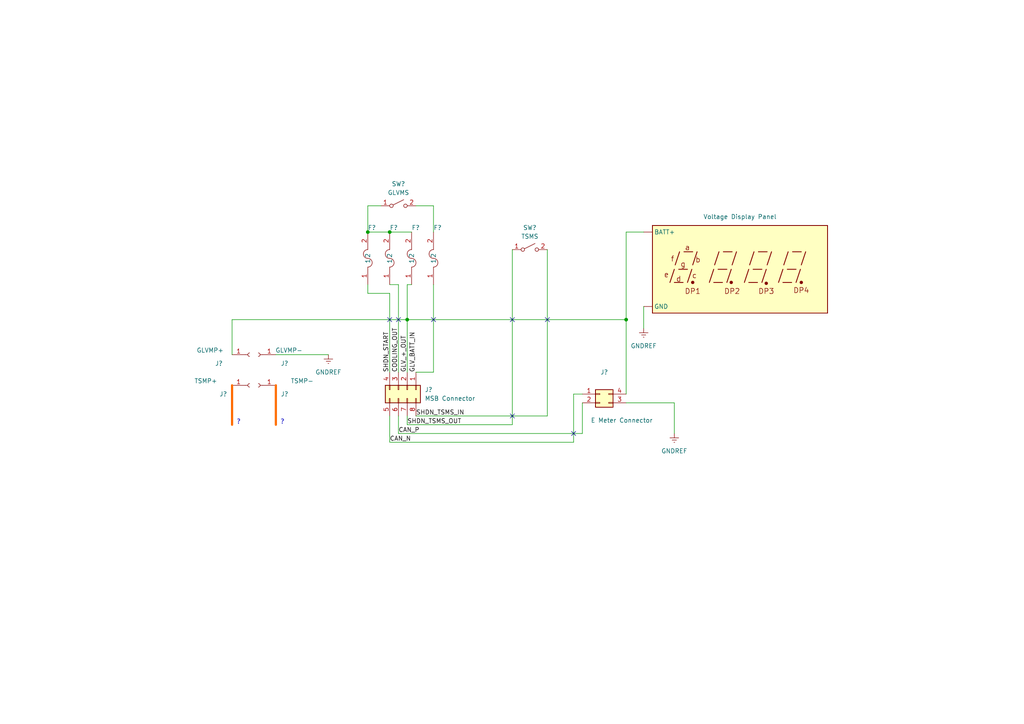
<source format=kicad_sch>
(kicad_sch (version 20211123) (generator eeschema)
  (paper "A4")
  (lib_symbols
    (symbol "Connector:Conn_01x01_Female" (pin_names (offset 1.016) hide)
      (property "Reference" "J" (at 0 2.54 0))
      (property "Value" "Conn_01x01_Female" (at 0 -2.54 0))
      (symbol "Conn_01x01_Female_1_1"
        (polyline (pts (xy -1.27 0) (xy -0.508 0)) (stroke (width 0.1524)))
        (arc (start 0 0.508) (mid -0.508 0) (end 0 -0.508) (stroke (width 0.1524)))
        (pin passive line (at -5.08 0 0) (length 3.81) (name "Pin_1") (number "1"))
      )
    )
    (symbol "Connector_Generic:Conn_02x02_Counter_Clockwise" (pin_names (offset 1.016) hide)
      (property "Reference" "J" (at 1.27 2.54 0))
      (property "Value" "Conn_02x02_Counter_Clockwise" (at 1.27 -5.08 0))
      (symbol "Conn_02x02_Counter_Clockwise_1_1"
        (rectangle (start -1.27 -2.413) (end 0 -2.667) (stroke (width 0.1524)))
        (rectangle (start -1.27 0.127) (end 0 -0.127) (stroke (width 0.1524)))
        (rectangle (start -1.27 1.27) (end 3.81 -3.81) (stroke (width 0.254)) (fill (type background)))
        (rectangle (start 3.81 -2.413) (end 2.54 -2.667) (stroke (width 0.1524)))
        (rectangle (start 3.81 0.127) (end 2.54 -0.127) (stroke (width 0.1524)))
        (pin passive line (at -5.08 0 0) (length 3.81) (name "Pin_1") (number "1"))
        (pin passive line (at -5.08 -2.54 0) (length 3.81) (name "Pin_2") (number "2"))
        (pin passive line (at 7.62 -2.54 180) (length 3.81) (name "Pin_3") (number "3"))
        (pin passive line (at 7.62 0 180) (length 3.81) (name "Pin_4") (number "4"))
      )
    )
    (symbol "Connector_Generic:Conn_02x04_Counter_Clockwise" (pin_names (offset 1.016) hide)
      (property "Reference" "J" (at 1.27 5.08 0))
      (property "Value" "Conn_02x04_Counter_Clockwise" (at 1.27 -7.62 0))
      (symbol "Conn_02x04_Counter_Clockwise_1_1"
        (rectangle (start -1.27 -4.953) (end 0 -5.207) (stroke (width 0.1524)))
        (rectangle (start -1.27 -2.413) (end 0 -2.667) (stroke (width 0.1524)))
        (rectangle (start -1.27 0.127) (end 0 -0.127) (stroke (width 0.1524)))
        (rectangle (start -1.27 2.667) (end 0 2.413) (stroke (width 0.1524)))
        (rectangle (start -1.27 3.81) (end 3.81 -6.35) (stroke (width 0.254)) (fill (type background)))
        (rectangle (start 3.81 -4.953) (end 2.54 -5.207) (stroke (width 0.1524)))
        (rectangle (start 3.81 -2.413) (end 2.54 -2.667) (stroke (width 0.1524)))
        (rectangle (start 3.81 0.127) (end 2.54 -0.127) (stroke (width 0.1524)))
        (rectangle (start 3.81 2.667) (end 2.54 2.413) (stroke (width 0.1524)))
        (pin passive line (at -5.08 2.54 0) (length 3.81) (name "Pin_1") (number "1"))
        (pin passive line (at -5.08 0 0) (length 3.81) (name "Pin_2") (number "2"))
        (pin passive line (at -5.08 -2.54 0) (length 3.81) (name "Pin_3") (number "3"))
        (pin passive line (at -5.08 -5.08 0) (length 3.81) (name "Pin_4") (number "4"))
        (pin passive line (at 7.62 -5.08 180) (length 3.81) (name "Pin_5") (number "5"))
        (pin passive line (at 7.62 -2.54 180) (length 3.81) (name "Pin_6") (number "6"))
        (pin passive line (at 7.62 0 180) (length 3.81) (name "Pin_7") (number "7"))
        (pin passive line (at 7.62 2.54 180) (length 3.81) (name "Pin_8") (number "8"))
      )
    )
    (symbol "Display_Character:CC56-12GWA"
      (property "Value" "Voltage Display Panel" (at 0 15.24 0))
      (symbol "CC56-12GWA_0_0"
        (rectangle (start -25.4 12.7) (end 25.4 -12.7) (stroke (width 0.254)) (fill (type background)))
        (polyline (pts (xy -20.32 -3.81) (xy -19.05 0)) (stroke (width 0.254)))
        (polyline (pts (xy -19.05 -3.81) (xy -16.51 -3.81)) (stroke (width 0.254)))
        (polyline (pts (xy -18.796 1.27) (xy -17.526 5.08)) (stroke (width 0.254)))
        (polyline (pts (xy -17.78 0) (xy -15.24 0)) (stroke (width 0.254)))
        (polyline (pts (xy -16.256 5.08) (xy -13.716 5.08)) (stroke (width 0.254)))
        (polyline (pts (xy -15.24 -3.81) (xy -13.97 0)) (stroke (width 0.254)))
        (polyline (pts (xy -13.716 1.27) (xy -12.446 5.08)) (stroke (width 0.254)))
        (polyline (pts (xy -8.89 -3.81) (xy -7.62 0)) (stroke (width 0.254)))
        (polyline (pts (xy -7.62 -3.81) (xy -5.08 -3.81)) (stroke (width 0.254)))
        (polyline (pts (xy -7.366 1.27) (xy -6.096 5.08)) (stroke (width 0.254)))
        (polyline (pts (xy -6.35 0) (xy -3.81 0)) (stroke (width 0.254)))
        (polyline (pts (xy -4.826 5.08) (xy -2.286 5.08)) (stroke (width 0.254)))
        (polyline (pts (xy -3.81 -3.81) (xy -2.54 0)) (stroke (width 0.254)))
        (polyline (pts (xy -2.286 1.27) (xy -1.016 5.08)) (stroke (width 0.254)))
        (polyline (pts (xy 1.27 -3.81) (xy 2.54 0)) (stroke (width 0.254)))
        (polyline (pts (xy 2.54 -3.81) (xy 5.08 -3.81)) (stroke (width 0.254)))
        (polyline (pts (xy 2.794 1.27) (xy 4.064 5.08)) (stroke (width 0.254)))
        (polyline (pts (xy 3.81 0) (xy 6.35 0)) (stroke (width 0.254)))
        (polyline (pts (xy 5.334 5.08) (xy 7.874 5.08)) (stroke (width 0.254)))
        (polyline (pts (xy 6.35 -3.81) (xy 7.62 0)) (stroke (width 0.254)))
        (polyline (pts (xy 7.874 1.27) (xy 9.144 5.08)) (stroke (width 0.254)))
        (polyline (pts (xy 11.176 -3.81) (xy 12.446 0)) (stroke (width 0.254)))
        (polyline (pts (xy 12.446 -3.81) (xy 14.986 -3.81)) (stroke (width 0.254)))
        (polyline (pts (xy 12.7 1.27) (xy 13.97 5.08)) (stroke (width 0.254)))
        (polyline (pts (xy 13.716 0) (xy 16.256 0)) (stroke (width 0.254)))
        (polyline (pts (xy 15.24 5.08) (xy 17.78 5.08)) (stroke (width 0.254)))
        (polyline (pts (xy 16.256 -3.81) (xy 17.526 0)) (stroke (width 0.254)))
        (polyline (pts (xy 17.78 1.27) (xy 19.05 5.08)) (stroke (width 0.254)))
        (text "a" (at -15.24 6.35 0) (effects (font (size 1.524 1.524))))
        (text "b" (at -12.192 2.794 0) (effects (font (size 1.524 1.524))))
        (text "c" (at -13.208 -1.778 0) (effects (font (size 1.524 1.524))))
        (text "d" (at -17.78 -2.794 0) (effects (font (size 1.524 1.524))))
        (text "DP1" (at -13.716 -6.35 0) (effects (font (size 1.524 1.524))))
        (text "DP2" (at -2.286 -6.35 0) (effects (font (size 1.524 1.524))))
        (text "DP3" (at 7.62 -6.35 0) (effects (font (size 1.524 1.524))))
        (text "DP4" (at 17.78 -6.096 0) (effects (font (size 1.524 1.524))))
        (text "e" (at -21.336 -1.524 0) (effects (font (size 1.524 1.524))))
        (text "f" (at -19.558 3.048 0) (effects (font (size 1.524 1.524))))
        (text "g" (at -16.51 1.524 0) (effects (font (size 1.524 1.524))))
      )
      (symbol "CC56-12GWA_0_1"
        (circle (center -13.716 -3.81) (radius 0.3556) (stroke (width 0.254)) (fill (type outline)))
        (circle (center -2.54 -3.81) (radius 0.3556) (stroke (width 0.254)) (fill (type outline)))
      )
      (symbol "CC56-12GWA_1_0"
        (circle (center 7.62 -4.064) (radius 0.3556) (stroke (width 0.254)) (fill (type outline)))
        (circle (center 17.78 -3.81) (radius 0.3556) (stroke (width 0.254)) (fill (type outline)))
      )
      (symbol "CC56-12GWA_1_1"
        (pin input line (at -27.94 10.795 0) (length 2.54) (name "BATT+") (number ""))
        (pin input line (at -27.94 -10.795 0) (length 2.54) (name "GND") (number ""))
      )
    )
    (symbol "Switch:SW_SPST" (pin_names (offset 0) hide)
      (property "Reference" "SW" (at 0 3.175 0))
      (property "Value" "SW_SPST" (at 0 -2.54 0))
      (symbol "SW_SPST_0_0"
        (circle (center -2.032 0) (radius 0.508))
        (polyline (pts (xy -1.524 0.254) (xy 1.524 1.778)))
        (circle (center 2.032 0) (radius 0.508))
      )
      (symbol "SW_SPST_1_1"
        (pin passive line (at -5.08 0 0) (length 2.54) (name "A") (number "1"))
        (pin passive line (at 5.08 0 180) (length 2.54) (name "B") (number "2"))
      )
    )
    (symbol "formula:200mA_Fuse" (pin_names (offset 1.016))
      (property "Reference" "F" (at 0 3.81 0))
      (property "Value" "200mA_Fuse" (at 0 -3.81 0))
      (symbol "200mA_Fuse_0_1"
        (arc (start -2.54 0) (mid -1.27 -1.27) (end 0 0))
        (arc (start 1.27 1.27) (mid 0.3554 0.9071) (end 0 0))
        (arc (start 2.54 0) (mid 2.1771 0.9146) (end 1.27 1.27))
      )
      (symbol "200mA_Fuse_1_1"
        (pin input line (at -7.62 0 0) (length 5.08) (name "1") (number "1"))
        (pin input line (at 7.62 0 180) (length 5.08) (name "2") (number "2"))
      )
    )
    (symbol "power:GNDREF" (power) (pin_names (offset 0))
      (property "Value" "GNDREF" (at 0 -3.81 0))
      (symbol "GNDREF_0_1"
        (polyline (pts (xy -0.635 -1.905) (xy 0.635 -1.905)))
        (polyline (pts (xy -0.127 -2.54) (xy 0.127 -2.54)))
        (polyline (pts (xy 0 -1.27) (xy 0 0)))
        (polyline (pts (xy 1.27 -1.27) (xy -1.27 -1.27)))
      )
      (symbol "GNDREF_1_1"
        (pin power_in line (at 0 0 270) (length 0) hide (name "GNDREF") (number "1"))
      )
    )
  )
  (junction (at 118.11 92.71))
  (junction (at 113.03 67.31))
  (junction (at 106.68 67.31))
  (junction (at 181.61 92.71))
  (no_connect (at 148.59 120.65))
  (no_connect (at 166.37 125.73))
  (no_connect (at 113.03 92.71))
  (no_connect (at 158.75 92.71))
  (no_connect (at 148.59 92.71))
  (no_connect (at 115.57 92.71))
  (no_connect (at 125.73 92.71))
  (wire (pts (xy 158.75 120.65) (xy 158.75 72.39)))
  (wire (pts (xy 67.31 102.87) (xy 67.31 92.71)))
  (wire (pts (xy 166.37 114.3) (xy 168.91 114.3)))
  (wire (pts (xy 118.11 92.71) (xy 118.11 107.95)))
  (wire (pts (xy 166.37 128.27) (xy 166.37 114.3)))
  (wire (pts (xy 125.73 59.69) (xy 125.73 67.31)))
  (wire (pts (xy 118.11 92.71) (xy 181.61 92.71)))
  (wire (pts (xy 115.57 82.55) (xy 113.03 82.55)))
  (wire (pts (xy 125.73 82.55) (xy 125.73 107.95)))
  (wire (pts (xy 181.61 116.84) (xy 195.58 116.84)))
  (wire (pts (xy 106.68 85.09) (xy 113.03 85.09)))
  (wire (pts (xy 113.03 67.31) (xy 119.38 67.31)))
  (wire (pts (xy 115.57 120.65) (xy 115.57 125.73)))
  (wire (pts (xy 106.68 59.69) (xy 110.49 59.69)))
  (wire (pts (xy 113.03 85.09) (xy 113.03 107.95)))
  (wire (pts (xy 113.03 120.65) (xy 113.03 128.27)))
  (wire (pts (xy 118.11 82.55) (xy 118.11 92.71)))
  (wire (pts (xy 80.01 102.87) (xy 95.25 102.87)))
  (wire (pts (xy 148.59 72.39) (xy 148.59 123.19)))
  (wire (pts (xy 106.68 59.69) (xy 106.68 67.31)))
  (wire (pts (xy 120.65 59.69) (xy 125.73 59.69)))
  (wire (pts (xy 195.58 116.84) (xy 195.58 125.73)))
  (wire (pts (xy 120.65 107.95) (xy 125.73 107.95)))
  (wire (pts (xy 148.59 123.19) (xy 118.11 123.19)))
  (wire (pts (xy 118.11 82.55) (xy 119.38 82.55)))
  (wire (pts (xy 113.03 128.27) (xy 166.37 128.27)))
  (wire (pts (xy 106.68 85.09) (xy 106.68 82.55)))
  (wire (pts (xy 67.31 111.76) (xy 67.31 123.19)) (stroke (width 0.635) (color 255 105 0 1)))
  (wire (pts (xy 118.11 123.19) (xy 118.11 120.65)))
  (wire (pts (xy 186.69 67.31) (xy 181.61 67.31)))
  (wire (pts (xy 181.61 92.71) (xy 181.61 114.3)))
  (wire (pts (xy 106.68 67.31) (xy 113.03 67.31)))
  (wire (pts (xy 67.31 92.71) (xy 118.11 92.71)))
  (wire (pts (xy 115.57 82.55) (xy 115.57 107.95)))
  (wire (pts (xy 115.57 125.73) (xy 168.91 125.73)))
  (wire (pts (xy 120.65 120.65) (xy 158.75 120.65)))
  (wire (pts (xy 186.69 88.9) (xy 186.69 95.25)))
  (wire (pts (xy 168.91 125.73) (xy 168.91 116.84)))
  (wire (pts (xy 181.61 67.31) (xy 181.61 92.71)))
  (wire (pts (xy 80.01 111.76) (xy 80.01 123.19)) (stroke (width 0.635) (color 255 105 0 1)))
  (text "?" (at 68.58 123.19 0) (effects (font (size 1.27 1.27)) (justify left bottom)))
  (text "?" (at 81.28 123.19 0) (effects (font (size 1.27 1.27)) (justify left bottom)))
  (label "GLV_BATT_IN" (at 120.65 107.95 90))
  (label "GLV_+_OUT" (at 118.11 107.95 90))
  (label "SHDN_START" (at 113.03 107.95 90))
  (label "SHDN_TSMS_OUT" (at 118.11 123.1787 0))
  (label "COOLING_OUT" (at 115.57 107.95 90))
  (label "SHDN_TSMS_IN" (at 120.65 120.65 0))
  (label "CAN_P" (at 115.57 125.73 0))
  (label "CAN_N" (at 113.03 128.2524 0))
  (symbol (lib_id "Switch:SW_SPST") (at 153.67 72.39 0) (unit 1)
    (property "Reference" "SW?" (at 153.67 66.04 0))
    (property "Value" "TSMS" (at 153.67 68.58 0))
  )
  (symbol (lib_id "Connector:Conn_01x01_Female") (at 72.39 111.76 0) (unit 1)
    (property "Reference" "J?" (at 64.77 114.3 0))
    (property "Value" "TSMP+" (at 59.69 110.49 0))
  )
  (symbol (lib_id "formula:200mA_Fuse") (at 106.68 74.93 90) (unit 1)
    (property "Reference" "F?" (at 106.68 66.04 90) (effects (justify right)))
    (property "Value" "200mA_Fuse" (effects hide))
    (property "Footprint" "footprints:Fuse_1812" (effects hide))
    (property "Datasheet" "https://www.belfuse.com/resources/CircuitProtection/datasheets/0ZCG%20Nov2016.pdf" (effects hide))
    (property "MPN" "507-1767-1-ND" (effects hide))
    (property "PurchasingLink" "https://www.digikey.com/product-detail/en/bel-fuse-inc/0ZCG0110AF2C/507-1767-1-ND/4156157" (effects hide))
    (property "MFN" "DK" (effects hide))
  )
  (symbol (lib_id "Connector:Conn_01x01_Female") (at 74.93 111.76 180) (unit 1)
    (property "Reference" "J?" (at 82.55 114.3 0))
    (property "Value" "TSMP-" (at 87.63 110.49 0))
  )
  (symbol (lib_id "Connector_Generic:Conn_02x02_Counter_Clockwise") (at 173.99 114.3 0) (unit 1)
    (property "Reference" "J?" (at 175.26 107.95 0))
    (property "Value" "E Meter Connector" (at 180.34 121.92 0))
  )
  (symbol (lib_id "Display_Character:CC56-12GWA") (at 214.63 78.105 0) (unit 1)
    (property "Reference" "U?" (effects hide))
    (property "Value" "Voltage Display Panel" (at 214.63 62.865 0))
    (property "Footprint" "Display_7Segment:CC56-12GWA" (effects hide))
    (property "Datasheet" "http://www.kingbrightusa.com/images/catalog/SPEC/CC56-12GWA.pdf" (effects hide))
  )
  (symbol (lib_id "Connector:Conn_01x01_Female") (at 74.93 102.87 180) (unit 1)
    (property "Reference" "J?" (at 82.55 105.41 0))
    (property "Value" "GLVMP-" (at 83.82 101.6 0))
  )
  (symbol (lib_id "Switch:SW_SPST") (at 115.57 59.69 0) (unit 1)
    (property "Reference" "SW?" (at 115.57 53.34 0))
    (property "Value" "GLVMS" (at 115.57 55.88 0))
  )
  (symbol (lib_id "power:GNDREF") (at 95.25 102.87 0) (unit 1)
    (property "Reference" "#PWR?" (effects hide))
    (property "Value" "GNDREF" (at 95.25 107.95 0))
  )
  (symbol (lib_id "formula:200mA_Fuse") (at 119.38 74.93 90) (unit 1)
    (property "Reference" "F?" (at 119.38 66.04 90) (effects (justify right)))
    (property "Value" "200mA_Fuse" (effects hide))
    (property "Footprint" "footprints:Fuse_1812" (effects hide))
    (property "Datasheet" "https://www.belfuse.com/resources/CircuitProtection/datasheets/0ZCG%20Nov2016.pdf" (effects hide))
    (property "MPN" "507-1767-1-ND" (effects hide))
    (property "PurchasingLink" "https://www.digikey.com/product-detail/en/bel-fuse-inc/0ZCG0110AF2C/507-1767-1-ND/4156157" (effects hide))
    (property "MFN" "DK" (effects hide))
  )
  (symbol (lib_id "power:GNDREF") (at 195.58 125.73 0) (unit 1)
    (property "Reference" "#PWR?" (effects hide))
    (property "Value" "GNDREF" (at 195.58 130.81 0))
  )
  (symbol (lib_id "Connector_Generic:Conn_02x04_Counter_Clockwise") (at 118.11 113.03 270) (unit 1)
    (property "Reference" "J?" (at 123.19 113.0299 90) (effects (justify left)))
    (property "Value" "MSB Connector" (at 123.19 115.5699 90) (effects (justify left)))
  )
  (symbol (lib_id "formula:200mA_Fuse") (at 113.03 74.93 90) (unit 1)
    (property "Reference" "F?" (at 113.03 66.04 90) (effects (justify right)))
    (property "Value" "200mA_Fuse" (effects hide))
    (property "Footprint" "footprints:Fuse_1812" (effects hide))
    (property "Datasheet" "https://www.belfuse.com/resources/CircuitProtection/datasheets/0ZCG%20Nov2016.pdf" (effects hide))
    (property "MPN" "507-1767-1-ND" (effects hide))
    (property "PurchasingLink" "https://www.digikey.com/product-detail/en/bel-fuse-inc/0ZCG0110AF2C/507-1767-1-ND/4156157" (effects hide))
    (property "MFN" "DK" (effects hide))
  )
  (symbol (lib_id "power:GNDREF") (at 186.69 95.25 0) (unit 1)
    (property "Reference" "#PWR?" (effects hide))
    (property "Value" "GNDREF" (at 186.69 100.33 0))
  )
  (symbol (lib_id "formula:200mA_Fuse") (at 125.73 74.93 90) (unit 1)
    (property "Reference" "F?" (at 125.73 66.04 90) (effects (justify right)))
    (property "Value" "200mA_Fuse" (effects hide))
    (property "Footprint" "footprints:Fuse_1812" (effects hide))
    (property "Datasheet" "https://www.belfuse.com/resources/CircuitProtection/datasheets/0ZCG%20Nov2016.pdf" (effects hide))
    (property "MPN" "507-1767-1-ND" (effects hide))
    (property "PurchasingLink" "https://www.digikey.com/product-detail/en/bel-fuse-inc/0ZCG0110AF2C/507-1767-1-ND/4156157" (effects hide))
    (property "MFN" "DK" (effects hide))
  )
  (symbol (lib_id "Connector:Conn_01x01_Female") (at 72.39 102.87 0) (unit 1)
    (property "Reference" "J?" (at 63.5 105.41 0))
    (property "Value" "GLVMP+" (at 60.96 101.6 0))
  )
)
</source>
